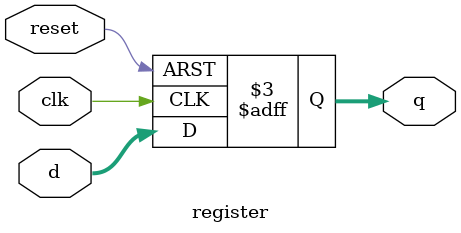
<source format=v>
module register 
#(parameter width = 32)
(clk,reset,d,q);
input clk, reset;

input [width-1:0] d;
output reg [width-1:0] q;

always@(posedge clk or negedge reset)
begin
	if(!reset)
		q <= 0;
	else
		q <= d;
end

endmodule
</source>
